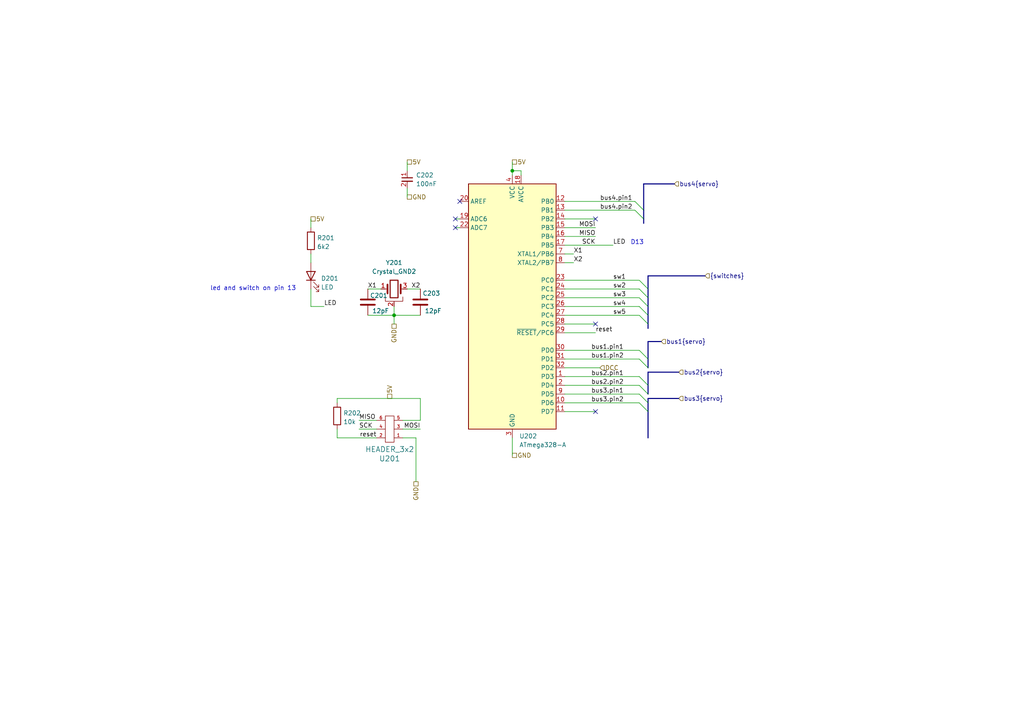
<source format=kicad_sch>
(kicad_sch (version 20230121) (generator eeschema)
  (paper "A4")
  (lib_symbols
    (symbol "Device:C" (pin_numbers hide) (pin_names (offset 0.254))
      (property "Reference" "C" (at 0.635 2.54 0))
      (property "Value" "C" (at 0.635 -2.54 0))
      (symbol "C_0_1"
        (polyline (pts (xy -2.032 -0.762) (xy 2.032 -0.762)) (stroke (width 0.508)))
        (polyline (pts (xy -2.032 0.762) (xy 2.032 0.762)) (stroke (width 0.508)))
      )
      (symbol "C_1_1"
        (pin passive line (at 0 3.81 270) (length 2.794) (name "~") (number "1"))
        (pin passive line (at 0 -3.81 90) (length 2.794) (name "~") (number "2"))
      )
    )
    (symbol "Device:LED" (pin_numbers hide) (pin_names (offset 1.016) hide)
      (property "Reference" "D" (at 0 2.54 0))
      (property "Value" "LED" (at 0 -2.54 0))
      (symbol "LED_0_1"
        (polyline (pts (xy -1.27 -1.27) (xy -1.27 1.27)) (stroke (width 0.254)))
        (polyline (pts (xy -1.27 0) (xy 1.27 0)))
        (polyline (pts (xy 1.27 -1.27) (xy 1.27 1.27) (xy -1.27 0) (xy 1.27 -1.27)) (stroke (width 0.254)))
        (polyline (pts (xy -3.048 -0.762) (xy -4.572 -2.286) (xy -3.81 -2.286) (xy -4.572 -2.286) (xy -4.572 -1.524)))
        (polyline (pts (xy -1.778 -0.762) (xy -3.302 -2.286) (xy -2.54 -2.286) (xy -3.302 -2.286) (xy -3.302 -1.524)))
      )
      (symbol "LED_1_1"
        (pin passive line (at -3.81 0 0) (length 2.54) (name "K") (number "1"))
        (pin passive line (at 3.81 0 180) (length 2.54) (name "A") (number "2"))
      )
    )
    (symbol "Device:R" (pin_numbers hide) (pin_names (offset 0))
      (property "Reference" "R" (at 2.032 0 90))
      (property "Value" "R" (at 0 0 90))
      (symbol "R_0_1"
        (rectangle (start -1.016 -2.54) (end 1.016 2.54) (stroke (width 0.254)))
      )
      (symbol "R_1_1"
        (pin passive line (at 0 3.81 270) (length 1.27) (name "~") (number "1"))
        (pin passive line (at 0 -3.81 90) (length 1.27) (name "~") (number "2"))
      )
    )
    (symbol "MCU_Microchip_ATmega:ATmega328-A"
      (property "Reference" "U" (at -12.7 36.83 0))
      (property "Value" "ATmega328-A" (at 2.54 -36.83 0))
      (symbol "ATmega328-A_0_1"
        (rectangle (start -12.7 -35.56) (end 12.7 35.56) (stroke (width 0.254)) (fill (type background)))
      )
      (symbol "ATmega328-A_1_1"
        (pin bidirectional line (at 15.24 -20.32 180) (length 2.54) (name "PD3") (number "1"))
        (pin bidirectional line (at 15.24 -27.94 180) (length 2.54) (name "PD6") (number "10"))
        (pin bidirectional line (at 15.24 -30.48 180) (length 2.54) (name "PD7") (number "11"))
        (pin bidirectional line (at 15.24 30.48 180) (length 2.54) (name "PB0") (number "12"))
        (pin bidirectional line (at 15.24 27.94 180) (length 2.54) (name "PB1") (number "13"))
        (pin bidirectional line (at 15.24 25.4 180) (length 2.54) (name "PB2") (number "14"))
        (pin bidirectional line (at 15.24 22.86 180) (length 2.54) (name "PB3") (number "15"))
        (pin bidirectional line (at 15.24 20.32 180) (length 2.54) (name "PB4") (number "16"))
        (pin bidirectional line (at 15.24 17.78 180) (length 2.54) (name "PB5") (number "17"))
        (pin power_in line (at 2.54 38.1 270) (length 2.54) (name "AVCC") (number "18"))
        (pin input line (at -15.24 25.4 0) (length 2.54) (name "ADC6") (number "19"))
        (pin bidirectional line (at 15.24 -22.86 180) (length 2.54) (name "PD4") (number "2"))
        (pin passive line (at -15.24 30.48 0) (length 2.54) (name "AREF") (number "20"))
        (pin passive line (at 0 -38.1 90) (length 2.54) hide (name "GND") (number "21"))
        (pin input line (at -15.24 22.86 0) (length 2.54) (name "ADC7") (number "22"))
        (pin bidirectional line (at 15.24 7.62 180) (length 2.54) (name "PC0") (number "23"))
        (pin bidirectional line (at 15.24 5.08 180) (length 2.54) (name "PC1") (number "24"))
        (pin bidirectional line (at 15.24 2.54 180) (length 2.54) (name "PC2") (number "25"))
        (pin bidirectional line (at 15.24 0 180) (length 2.54) (name "PC3") (number "26"))
        (pin bidirectional line (at 15.24 -2.54 180) (length 2.54) (name "PC4") (number "27"))
        (pin bidirectional line (at 15.24 -5.08 180) (length 2.54) (name "PC5") (number "28"))
        (pin bidirectional line (at 15.24 -7.62 180) (length 2.54) (name "~{RESET}/PC6") (number "29"))
        (pin power_in line (at 0 -38.1 90) (length 2.54) (name "GND") (number "3"))
        (pin bidirectional line (at 15.24 -12.7 180) (length 2.54) (name "PD0") (number "30"))
        (pin bidirectional line (at 15.24 -15.24 180) (length 2.54) (name "PD1") (number "31"))
        (pin bidirectional line (at 15.24 -17.78 180) (length 2.54) (name "PD2") (number "32"))
        (pin power_in line (at 0 38.1 270) (length 2.54) (name "VCC") (number "4"))
        (pin passive line (at 0 -38.1 90) (length 2.54) hide (name "GND") (number "5"))
        (pin passive line (at 0 38.1 270) (length 2.54) hide (name "VCC") (number "6"))
        (pin bidirectional line (at 15.24 15.24 180) (length 2.54) (name "XTAL1/PB6") (number "7"))
        (pin bidirectional line (at 15.24 12.7 180) (length 2.54) (name "XTAL2/PB7") (number "8"))
        (pin bidirectional line (at 15.24 -25.4 180) (length 2.54) (name "PD5") (number "9"))
      )
    )
    (symbol "capacitor_miscellaneous:C_0402_100nF"
      (property "Reference" "U" (at 1.27 2.54 0))
      (property "Value" "100nF" (at 3.81 -2.54 0))
      (property "JLCPCB Part#" "C307331" (at 0 0 0))
      (symbol "C_0402_100nF_0_1"
        (polyline (pts (xy -1.524 -0.508) (xy 1.524 -0.508)) (stroke (width 0.3302)))
        (polyline (pts (xy -1.524 0.508) (xy 1.524 0.508)) (stroke (width 0.3048)))
      )
      (symbol "C_0402_100nF_1_1"
        (pin passive line (at 0 2.54 270) (length 2.032) (name "~") (number "1"))
        (pin passive line (at 0 -2.54 90) (length 2.032) (name "~") (number "2"))
      )
    )
    (symbol "custom_kicad_lib_sk:crystal_arduino" (pin_names (offset 1.016) hide)
      (property "Reference" "Y" (at 0 5.715 0))
      (property "Value" "Crystal_GND2" (at 0 3.81 0))
      (property "JLCPCB Part#" "C13738" (at 0 0 0))
      (symbol "crystal_arduino_0_1"
        (rectangle (start -1.143 2.54) (end 1.143 -2.54) (stroke (width 0.3048)))
        (polyline (pts (xy -2.54 0) (xy -1.905 0)))
        (polyline (pts (xy -1.905 -1.27) (xy -1.905 1.27)) (stroke (width 0.508)))
        (polyline (pts (xy 0 -3.81) (xy 0 -3.556)))
        (polyline (pts (xy 1.905 0) (xy 2.54 0)))
        (polyline (pts (xy 1.905 1.27) (xy 1.905 -1.27)) (stroke (width 0.508)))
        (polyline (pts (xy -2.54 -2.286) (xy -2.54 -3.556) (xy 2.54 -3.556) (xy 2.54 -2.286)))
      )
      (symbol "crystal_arduino_1_1"
        (pin passive line (at -3.81 0 0) (length 1.27) (name "1") (number "1"))
        (pin passive line (at 0 -5.08 90) (length 1.27) (name "GND") (number "2"))
        (pin passive line (at 3.81 0 180) (length 1.27) (name "3") (number "3"))
        (pin passive line (at 0 -5.08 90) (length 1.27) hide (name "GND") (number "4"))
      )
    )
    (symbol "servoDriverSMD-rescue:HEADER_3x2-w_connectors" (pin_names (offset 0))
      (property "Reference" "J" (at 0 5.08 0))
      (property "Value" "HEADER_3x2-w_connectors" (at 0 -5.08 0))
      (symbol "HEADER_3x2-w_connectors_0_1"
        (rectangle (start 1.27 3.81) (end -1.27 -3.81))
      )
      (symbol "HEADER_3x2-w_connectors_1_1"
        (pin passive line (at -3.81 2.54 0) (length 2.54) (name "~") (number "1"))
        (pin passive line (at 3.81 2.54 180) (length 2.54) (name "~") (number "2"))
        (pin passive line (at -3.81 0 0) (length 2.54) (name "~") (number "3"))
        (pin passive line (at 3.81 0 180) (length 2.54) (name "~") (number "4"))
        (pin passive line (at -3.81 -2.54 0) (length 2.54) (name "~") (number "5"))
        (pin passive line (at 3.81 -2.54 180) (length 2.54) (name "~") (number "6"))
      )
    )
  )
  (junction (at 114.3 91.44))
  (junction (at 148.59 49.53))
  (no_connect (at 172.72 93.98))
  (no_connect (at 172.72 63.5))
  (no_connect (at 133.35 58.42))
  (no_connect (at 132.08 63.5))
  (no_connect (at 172.72 119.38))
  (no_connect (at 132.08 66.04))
  (bus_entry (at 187.96 111.76) (size -2.54 -2.54))
  (bus_entry (at 187.96 119.38) (size -2.54 -2.54))
  (bus_entry (at 187.96 114.3) (size -2.54 -2.54))
  (bus_entry (at 186.69 60.96) (size -2.54 -2.54))
  (bus_entry (at 187.96 104.14) (size -2.54 -2.54))
  (bus_entry (at 187.96 106.68) (size -2.54 -2.54))
  (bus_entry (at 186.69 63.5) (size -2.54 -2.54))
  (bus_entry (at 185.42 81.28) (size 2.54 2.54))
  (bus_entry (at 185.42 88.9) (size 2.54 2.54))
  (bus_entry (at 185.42 86.36) (size 2.54 2.54))
  (bus_entry (at 185.42 83.82) (size 2.54 2.54))
  (bus_entry (at 187.96 116.84) (size -2.54 -2.54))
  (bus_entry (at 185.42 91.44) (size 2.54 2.54))
  (wire (pts (xy 148.59 49.53) (xy 148.59 50.8)))
  (wire (pts (xy 114.3 91.44) (xy 121.92 91.44)))
  (wire (pts (xy 163.83 66.04) (xy 172.72 66.04)))
  (wire (pts (xy 116.84 121.92) (xy 121.92 121.92)))
  (wire (pts (xy 120.65 127) (xy 116.84 127)))
  (wire (pts (xy 151.13 49.53) (xy 148.59 49.53)))
  (bus (pts (xy 187.96 111.76) (xy 187.96 107.95)))
  (wire (pts (xy 163.83 91.44) (xy 185.42 91.44)))
  (wire (pts (xy 163.83 116.84) (xy 185.42 116.84)))
  (bus (pts (xy 187.96 107.95) (xy 196.85 107.95)))
  (wire (pts (xy 109.22 124.46) (xy 104.14 124.46)))
  (wire (pts (xy 110.49 83.82) (xy 106.68 83.82)))
  (bus (pts (xy 186.69 63.5) (xy 186.69 60.96)))
  (wire (pts (xy 97.79 127) (xy 109.22 127)))
  (wire (pts (xy 163.83 106.68) (xy 173.99 106.68)))
  (wire (pts (xy 163.83 93.98) (xy 172.72 93.98)))
  (bus (pts (xy 187.96 91.44) (xy 187.96 88.9)))
  (wire (pts (xy 97.79 115.57) (xy 121.92 115.57)))
  (bus (pts (xy 186.69 64.77) (xy 186.69 63.5)))
  (wire (pts (xy 90.17 83.82) (xy 90.17 88.9)))
  (bus (pts (xy 187.96 88.9) (xy 187.96 86.36)))
  (wire (pts (xy 163.83 96.52) (xy 172.72 96.52)))
  (wire (pts (xy 121.92 121.92) (xy 121.92 115.57)))
  (wire (pts (xy 163.83 68.58) (xy 172.72 68.58)))
  (bus (pts (xy 187.96 80.01) (xy 204.47 80.01)))
  (wire (pts (xy 163.83 76.2) (xy 166.37 76.2)))
  (wire (pts (xy 148.59 127) (xy 148.59 132.08)))
  (wire (pts (xy 163.83 114.3) (xy 185.42 114.3)))
  (wire (pts (xy 132.08 63.5) (xy 133.35 63.5)))
  (wire (pts (xy 97.79 124.46) (xy 97.79 127)))
  (wire (pts (xy 116.84 124.46) (xy 121.92 124.46)))
  (wire (pts (xy 163.83 88.9) (xy 185.42 88.9)))
  (wire (pts (xy 90.17 73.66) (xy 90.17 76.2)))
  (wire (pts (xy 114.3 88.9) (xy 114.3 91.44)))
  (wire (pts (xy 118.11 83.82) (xy 121.92 83.82)))
  (wire (pts (xy 132.08 66.04) (xy 133.35 66.04)))
  (wire (pts (xy 163.83 81.28) (xy 185.42 81.28)))
  (bus (pts (xy 187.96 99.06) (xy 191.77 99.06)))
  (wire (pts (xy 148.59 46.99) (xy 148.59 49.53)))
  (wire (pts (xy 163.83 58.42) (xy 184.15 58.42)))
  (wire (pts (xy 120.65 127) (xy 120.65 139.7)))
  (wire (pts (xy 163.83 73.66) (xy 166.37 73.66)))
  (wire (pts (xy 163.83 119.38) (xy 172.72 119.38)))
  (wire (pts (xy 104.14 121.92) (xy 109.22 121.92)))
  (wire (pts (xy 90.17 63.5) (xy 90.17 66.04)))
  (bus (pts (xy 187.96 114.3) (xy 187.96 111.76)))
  (wire (pts (xy 163.83 71.12) (xy 177.8 71.12)))
  (bus (pts (xy 187.96 119.38) (xy 187.96 116.84)))
  (wire (pts (xy 118.11 54.61) (xy 118.11 57.15)))
  (wire (pts (xy 97.79 115.57) (xy 97.79 116.84)))
  (wire (pts (xy 93.98 88.9) (xy 90.17 88.9)))
  (bus (pts (xy 187.96 104.14) (xy 187.96 106.68)))
  (wire (pts (xy 163.83 86.36) (xy 185.42 86.36)))
  (bus (pts (xy 187.96 116.84) (xy 187.96 115.57)))
  (wire (pts (xy 163.83 60.96) (xy 184.15 60.96)))
  (wire (pts (xy 163.83 104.14) (xy 185.42 104.14)))
  (wire (pts (xy 106.68 91.44) (xy 114.3 91.44)))
  (wire (pts (xy 118.11 46.99) (xy 118.11 49.53)))
  (wire (pts (xy 163.83 101.6) (xy 185.42 101.6)))
  (wire (pts (xy 114.3 91.44) (xy 114.3 93.98)))
  (wire (pts (xy 151.13 50.8) (xy 151.13 49.53)))
  (bus (pts (xy 187.96 86.36) (xy 187.96 83.82)))
  (bus (pts (xy 187.96 127) (xy 187.96 119.38)))
  (bus (pts (xy 187.96 83.82) (xy 187.96 80.01)))
  (bus (pts (xy 187.96 99.06) (xy 187.96 104.14)))
  (bus (pts (xy 187.96 93.98) (xy 187.96 91.44)))
  (bus (pts (xy 187.96 115.57) (xy 196.85 115.57)))
  (wire (pts (xy 163.83 111.76) (xy 185.42 111.76)))
  (wire (pts (xy 163.83 83.82) (xy 185.42 83.82)))
  (bus (pts (xy 187.96 95.25) (xy 187.96 93.98)))
  (wire (pts (xy 163.83 109.22) (xy 185.42 109.22)))
  (bus (pts (xy 186.69 53.34) (xy 195.58 53.34)))
  (bus (pts (xy 186.69 60.96) (xy 186.69 53.34)))
  (wire (pts (xy 163.83 63.5) (xy 172.72 63.5)))
  (text "led and switch on pin 13" (at 60.96 84.455 0) (effects (font (size 1.27 1.27)) (justify left bottom)))
  (text "D13" (at 182.88 71.12 0) (effects (font (size 1.27 1.27)) (justify left bottom)))
  (label "SCK" (at 104.14 124.46 0))
  (label "bus1.pin2" (at 171.45 104.14 0))
  (label "reset" (at 172.72 96.52 0))
  (label "bus2.pin1" (at 171.45 109.22 0))
  (label "X1" (at 106.68 83.82 0))
  (label "X2" (at 166.37 76.2 0))
  (label "bus4.pin2" (at 173.99 60.96 0))
  (label "bus2.pin2" (at 171.45 111.76 0))
  (label "MISO" (at 104.14 121.92 0))
  (label "sw3" (at 177.8 86.36 0))
  (label "bus3.pin1" (at 171.45 114.3 0))
  (label "MOSI" (at 172.72 66.04 180))
  (label "bus4.pin1" (at 173.99 58.42 0))
  (label "reset" (at 109.22 127 180))
  (label "bus1.pin1" (at 171.45 101.6 0))
  (label "LED" (at 177.8 71.12 0))
  (label "X1" (at 166.37 73.66 0))
  (label "sw2" (at 177.8 83.82 0))
  (label "SCK" (at 172.72 71.12 180))
  (label "sw5" (at 177.8 91.44 0))
  (label "MISO" (at 172.72 68.58 180))
  (label "bus3.pin2" (at 171.45 116.84 0))
  (label "LED" (at 93.98 88.9 0))
  (label "sw4" (at 177.8 88.9 0))
  (label "sw1" (at 177.8 81.28 0))
  (label "MOSI" (at 121.92 124.46 180))
  (label "X2" (at 121.92 83.82 180))
  (hierarchical_label "{switches}" (shape input) (at 204.47 80.01 0))
  (hierarchical_label "bus2{servo}" (shape input) (at 196.85 107.95 0))
  (hierarchical_label "DCC" (shape input) (at 173.99 106.68 0))
  (hierarchical_label "5V" (shape passive) (at 148.59 46.99 0))
  (hierarchical_label "5V" (shape passive) (at 118.11 46.99 0))
  (hierarchical_label "GND" (shape passive) (at 118.11 57.15 0))
  (hierarchical_label "bus4{servo}" (shape input) (at 195.58 53.34 0))
  (hierarchical_label "GND" (shape passive) (at 148.59 132.08 0))
  (hierarchical_label "5V" (shape passive) (at 113.03 115.57 90))
  (hierarchical_label "GND" (shape passive) (at 120.65 139.7 270))
  (hierarchical_label "bus3{servo}" (shape input) (at 196.85 115.57 0))
  (hierarchical_label "GND" (shape passive) (at 114.3 93.98 270))
  (hierarchical_label "bus1{servo}" (shape input) (at 191.77 99.06 0))
  (hierarchical_label "5V" (shape passive) (at 90.17 63.5 0))
  (symbol (lib_id "custom_kicad_lib_sk:crystal_arduino") (at 114.3 83.82 0) (unit 1)
    (property "Reference" "Y201" (at 114.3 76.2 0))
    (property "Value" "Crystal_GND2" (at 114.3 78.74 0))
    (property "Footprint" "custom_kicad_lib_sk:crystal_arduino" (effects hide))
    (property "JLCPCB Part#" "C13738" (effects hide))
    (instances (project "atmega328" (path "" (reference "Y201") (unit 1))) (project "OS-servoDriver" (path "" (reference "Y201") (unit 1))) (project "general_schematics" (path "" (reference "Y?") (unit 1)) (path "" (reference "Y1401") (unit 1))))
  )
  (symbol (lib_id "Device:C") (at 121.92 87.63 180) (unit 1)
    (property "Reference" "C203" (at 122.555 85.09 0) (effects (justify right)))
    (property "Value" "12pF" (at 123.19 90.17 0) (effects (justify right)))
    (property "Footprint" "Capacitor_SMD:C_0603_1608Metric" (effects hide))
    (property "JLCPCB Part#" "C38523" (effects hide))
    (instances (project "atmega328" (path "" (reference "C203") (unit 1))) (project "OS-servoDriver" (path "" (reference "C203") (unit 1))) (project "general_schematics" (path "" (reference "C?") (unit 1)) (path "" (reference "C1403") (unit 1))))
  )
  (symbol (lib_id "Device:R") (at 90.17 69.85 0) (unit 1)
    (property "Reference" "R201" (at 91.948 69.0153 0) (effects (justify left)))
    (property "Value" "6k2" (at 91.948 71.5522 0) (effects (justify left)))
    (property "Footprint" "Resistor_SMD:R_0603_1608Metric_Pad0.98x0.95mm_HandSolder" (effects hide))
    (property "JLCPCB Part#" "C4260" (effects hide))
    (instances (project "atmega328" (path "" (reference "R201") (unit 1))) (project "OS-servoDriver" (path "" (reference "R201") (unit 1))) (project "general_schematics" (path "" (reference "R1401") (unit 1))))
  )
  (symbol (lib_id "MCU_Microchip_ATmega:ATmega328-A") (at 148.59 88.9 0) (unit 1)
    (property "Reference" "U202" (at 150.6094 126.4904 0) (effects (justify left)))
    (property "Value" "ATmega328-A" (at 150.6094 129.0273 0) (effects (justify left)))
    (property "Footprint" "Package_QFP:TQFP-32_7x7mm_P0.8mm" (effects hide))
    (property "Datasheet" "http://ww1.microchip.com/downloads/en/DeviceDoc/ATmega328_P%20AVR%20MCU%20with%20picoPower%20Technology%20Data%20Sheet%2040001984A.pdf" (effects hide))
    (property "JLCPCB Part#" "C14877" (effects hide))
    (instances (project "atmega328" (path "" (reference "U202") (unit 1))) (project "OS-servoDriver" (path "" (reference "U202") (unit 1))) (project "general_schematics" (path "" (reference "U1402") (unit 1))))
  )
  (symbol (lib_id "Device:C") (at 106.68 87.63 180) (unit 1)
    (property "Reference" "C201" (at 107.315 85.725 0) (effects (justify right)))
    (property "Value" "12pF" (at 107.95 90.17 0) (effects (justify right)))
    (property "Footprint" "Capacitor_SMD:C_0603_1608Metric" (effects hide))
    (property "JLCPCB Part#" "C38523" (effects hide))
    (instances (project "atmega328" (path "" (reference "C201") (unit 1))) (project "OS-servoDriver" (path "" (reference "C201") (unit 1))) (project "general_schematics" (path "" (reference "C?") (unit 1)) (path "" (reference "C1401") (unit 1))))
  )
  (symbol (lib_id "Device:LED") (at 90.17 80.01 90) (unit 1)
    (property "Reference" "D201" (at 93.091 80.7628 90) (effects (justify right)))
    (property "Value" "LED" (at 93.091 83.2997 90) (effects (justify right)))
    (property "Footprint" "LED_SMD:LED_0805_2012Metric_Pad1.15x1.40mm_HandSolder" (effects hide))
    (property "JLCPCB Part#" "C84256" (effects hide))
    (instances (project "atmega328" (path "" (reference "D201") (unit 1))) (project "OS-servoDriver" (path "" (reference "D201") (unit 1))) (project "general_schematics" (path "" (reference "D1401") (unit 1))))
  )
  (symbol (lib_id "servoDriverSMD-rescue:HEADER_3x2-w_connectors") (at 113.03 124.46 180) (unit 1)
    (property "Reference" "U201" (at 113.03 133.0198 0) (effects (font (size 1.524 1.524))))
    (property "Value" "HEADER_3x2" (at 113.03 130.3274 0) (effects (font (size 1.524 1.524))))
    (property "Footprint" "Connector_PinSocket_1.27mm:PinSocket_2x03_P1.27mm_Vertical" (effects hide))
    (instances (project "atmega328" (path "" (reference "U201") (unit 1))) (project "OS-servoDriver" (path "" (reference "U201") (unit 1))) (project "general_schematics" (path "" (reference "U1401") (unit 1))))
  )
  (symbol (lib_id "Device:R") (at 97.79 120.65 0) (unit 1)
    (property "Reference" "R202" (at 99.568 119.8153 0) (effects (justify left)))
    (property "Value" "10k" (at 99.568 122.3522 0) (effects (justify left)))
    (property "Footprint" "Resistor_SMD:R_0402_1005Metric_Pad0.72x0.64mm_HandSolder" (effects hide))
    (property "JLCPCB Part#" "C25744" (effects hide))
    (instances (project "atmega328" (path "" (reference "R202") (unit 1))) (project "OS-servoDriver" (path "" (reference "R202") (unit 1))) (project "general_schematics" (path "" (reference "R1402") (unit 1))))
  )
  (symbol (lib_id "capacitor_miscellaneous:C_0402_100nF") (at 118.11 52.07 0) (unit 1)
    (property "Reference" "C202" (at 120.65 50.8063 0) (effects (justify left)))
    (property "Value" "100nF" (at 120.65 53.3463 0) (effects (justify left)))
    (property "Footprint" "Capacitor_SMD:C_0402_1005Metric" (effects hide))
    (property "JLCPCB Part#" "C307331" (effects hide))
  )
)
</source>
